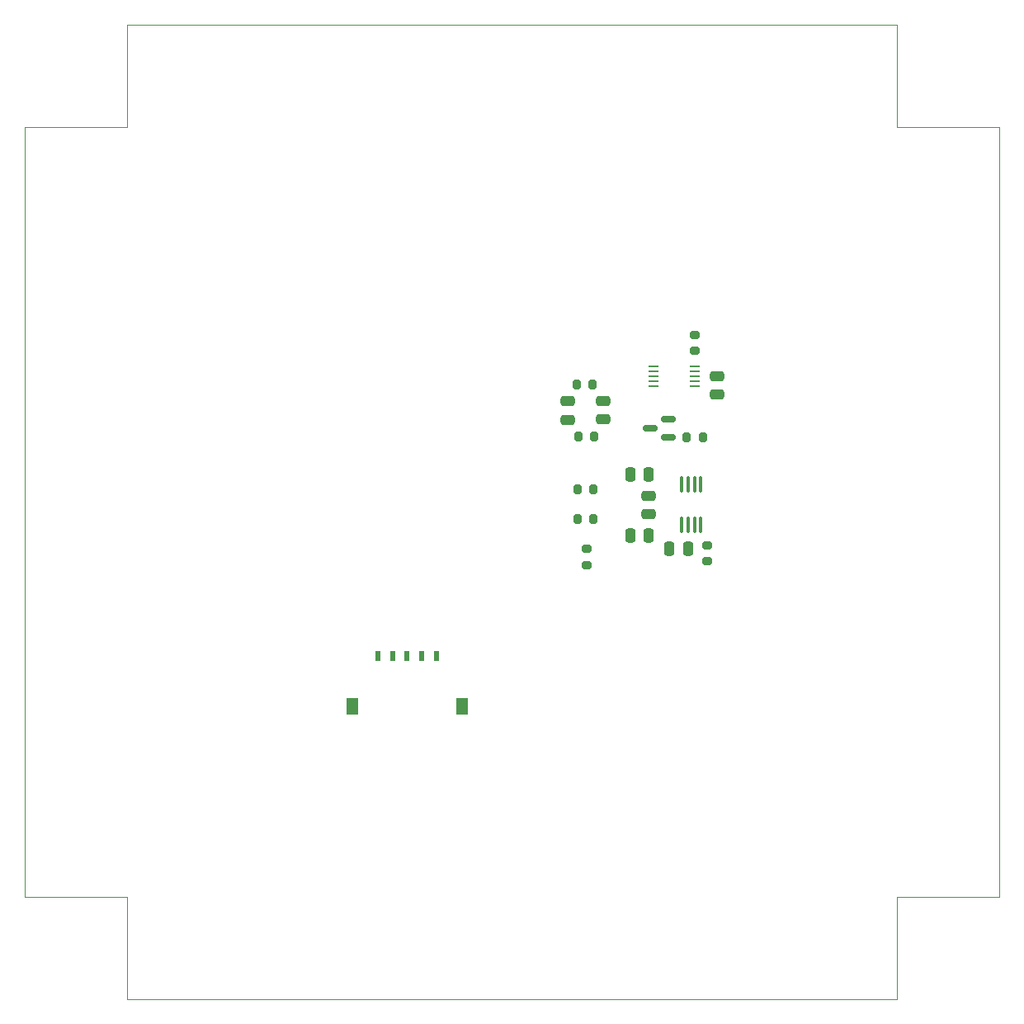
<source format=gbr>
%TF.GenerationSoftware,KiCad,Pcbnew,(6.0.9)*%
%TF.CreationDate,2023-03-20T12:04:43-07:00*%
%TF.ProjectId,solar-panel-side-Z,736f6c61-722d-4706-916e-656c2d736964,3.0*%
%TF.SameCoordinates,Original*%
%TF.FileFunction,Paste,Bot*%
%TF.FilePolarity,Positive*%
%FSLAX46Y46*%
G04 Gerber Fmt 4.6, Leading zero omitted, Abs format (unit mm)*
G04 Created by KiCad (PCBNEW (6.0.9)) date 2023-03-20 12:04:43*
%MOMM*%
%LPD*%
G01*
G04 APERTURE LIST*
G04 Aperture macros list*
%AMRoundRect*
0 Rectangle with rounded corners*
0 $1 Rounding radius*
0 $2 $3 $4 $5 $6 $7 $8 $9 X,Y pos of 4 corners*
0 Add a 4 corners polygon primitive as box body*
4,1,4,$2,$3,$4,$5,$6,$7,$8,$9,$2,$3,0*
0 Add four circle primitives for the rounded corners*
1,1,$1+$1,$2,$3*
1,1,$1+$1,$4,$5*
1,1,$1+$1,$6,$7*
1,1,$1+$1,$8,$9*
0 Add four rect primitives between the rounded corners*
20,1,$1+$1,$2,$3,$4,$5,0*
20,1,$1+$1,$4,$5,$6,$7,0*
20,1,$1+$1,$6,$7,$8,$9,0*
20,1,$1+$1,$8,$9,$2,$3,0*%
G04 Aperture macros list end*
%TA.AperFunction,Profile*%
%ADD10C,0.050000*%
%TD*%
%ADD11R,0.600000X1.000000*%
%ADD12R,1.250000X1.800000*%
%ADD13R,1.100000X0.250000*%
%ADD14RoundRect,0.250000X0.250000X0.475000X-0.250000X0.475000X-0.250000X-0.475000X0.250000X-0.475000X0*%
%ADD15RoundRect,0.250000X-0.250000X-0.475000X0.250000X-0.475000X0.250000X0.475000X-0.250000X0.475000X0*%
%ADD16RoundRect,0.250000X0.475000X-0.250000X0.475000X0.250000X-0.475000X0.250000X-0.475000X-0.250000X0*%
%ADD17RoundRect,0.200000X0.200000X0.275000X-0.200000X0.275000X-0.200000X-0.275000X0.200000X-0.275000X0*%
%ADD18RoundRect,0.200000X-0.275000X0.200000X-0.275000X-0.200000X0.275000X-0.200000X0.275000X0.200000X0*%
%ADD19RoundRect,0.250000X-0.475000X0.250000X-0.475000X-0.250000X0.475000X-0.250000X0.475000X0.250000X0*%
%ADD20RoundRect,0.200000X-0.200000X-0.275000X0.200000X-0.275000X0.200000X0.275000X-0.200000X0.275000X0*%
%ADD21RoundRect,0.100000X-0.100000X0.712500X-0.100000X-0.712500X0.100000X-0.712500X0.100000X0.712500X0*%
%ADD22RoundRect,0.150000X0.587500X0.150000X-0.587500X0.150000X-0.587500X-0.150000X0.587500X-0.150000X0*%
G04 APERTURE END LIST*
D10*
X99500000Y-45500000D02*
X110000000Y-45500000D01*
X189000000Y-135000000D02*
X110000000Y-135000000D01*
X199500000Y-124500000D02*
X189000000Y-124500000D01*
X189000000Y-45500000D02*
X199500000Y-45500000D01*
X99500000Y-124500000D02*
X99500000Y-45500000D01*
X110000000Y-135000000D02*
X110000000Y-124500000D01*
X110000000Y-35000000D02*
X189000000Y-35000000D01*
X110000000Y-124500000D02*
X99500000Y-124500000D01*
X199500000Y-45500000D02*
X199500000Y-124500000D01*
X189000000Y-35000000D02*
X189000000Y-45500000D01*
X110000000Y-45500000D02*
X110000000Y-35000000D01*
X189000000Y-124500000D02*
X189000000Y-135000000D01*
D11*
%TO.C,J1*%
X141750000Y-99750000D03*
X140250000Y-99750000D03*
X138750001Y-99750000D03*
X137249999Y-99750000D03*
X135749999Y-99750000D03*
D12*
X144354999Y-104940000D03*
X133145001Y-104940000D03*
%TD*%
D13*
%TO.C,U5*%
X168300000Y-70060000D03*
X168300000Y-70560000D03*
X168300000Y-71060000D03*
X168300000Y-71560000D03*
X168300000Y-72060000D03*
X164000000Y-72060000D03*
X164000000Y-71560000D03*
X164000000Y-71060000D03*
X164000000Y-70560000D03*
X164000000Y-70060000D03*
%TD*%
D14*
%TO.C,C6*%
X163560000Y-87420000D03*
X161660000Y-87420000D03*
%TD*%
D15*
%TO.C,C5*%
X161640000Y-81120000D03*
X163540000Y-81120000D03*
%TD*%
D16*
%TO.C,C7*%
X163560000Y-85220000D03*
X163560000Y-83320000D03*
%TD*%
D14*
%TO.C,C4*%
X167580000Y-88720000D03*
X165680000Y-88720000D03*
%TD*%
D16*
%TO.C,C8*%
X170530000Y-72960000D03*
X170530000Y-71060000D03*
%TD*%
D17*
%TO.C,FB1*%
X157960000Y-77250000D03*
X156310000Y-77250000D03*
%TD*%
D18*
%TO.C,R2*%
X157210000Y-88780000D03*
X157210000Y-90430000D03*
%TD*%
D19*
%TO.C,C9*%
X155200000Y-73620000D03*
X155200000Y-75520000D03*
%TD*%
D18*
%TO.C,FB3*%
X169540000Y-88410000D03*
X169540000Y-90060000D03*
%TD*%
D16*
%TO.C,C10*%
X158890000Y-75500000D03*
X158890000Y-73600000D03*
%TD*%
D20*
%TO.C,R5*%
X167430000Y-77350000D03*
X169080000Y-77350000D03*
%TD*%
%TO.C,R3*%
X156240000Y-82660000D03*
X157890000Y-82660000D03*
%TD*%
D17*
%TO.C,FB2*%
X157790000Y-71950000D03*
X156140000Y-71950000D03*
%TD*%
D21*
%TO.C,U4*%
X166930000Y-82115000D03*
X167580000Y-82115000D03*
X168230000Y-82115000D03*
X168880000Y-82115000D03*
X168880000Y-86340000D03*
X168230000Y-86340000D03*
X167580000Y-86340000D03*
X166930000Y-86340000D03*
%TD*%
D18*
%TO.C,R6*%
X168300000Y-66830000D03*
X168300000Y-68480000D03*
%TD*%
D22*
%TO.C,U6*%
X165530000Y-75440000D03*
X165530000Y-77340000D03*
X163655000Y-76390000D03*
%TD*%
D17*
%TO.C,R4*%
X157860000Y-85690000D03*
X156210000Y-85690000D03*
%TD*%
M02*

</source>
